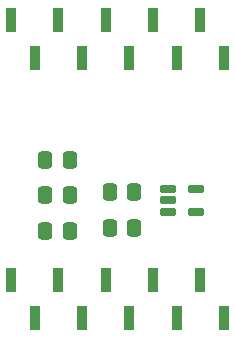
<source format=gtp>
%TF.GenerationSoftware,KiCad,Pcbnew,8.0.1*%
%TF.CreationDate,2024-04-01T15:48:32-05:00*%
%TF.ProjectId,adapter_board,61646170-7465-4725-9f62-6f6172642e6b,rev?*%
%TF.SameCoordinates,Original*%
%TF.FileFunction,Paste,Top*%
%TF.FilePolarity,Positive*%
%FSLAX46Y46*%
G04 Gerber Fmt 4.6, Leading zero omitted, Abs format (unit mm)*
G04 Created by KiCad (PCBNEW 8.0.1) date 2024-04-01 15:48:32*
%MOMM*%
%LPD*%
G01*
G04 APERTURE LIST*
G04 Aperture macros list*
%AMRoundRect*
0 Rectangle with rounded corners*
0 $1 Rounding radius*
0 $2 $3 $4 $5 $6 $7 $8 $9 X,Y pos of 4 corners*
0 Add a 4 corners polygon primitive as box body*
4,1,4,$2,$3,$4,$5,$6,$7,$8,$9,$2,$3,0*
0 Add four circle primitives for the rounded corners*
1,1,$1+$1,$2,$3*
1,1,$1+$1,$4,$5*
1,1,$1+$1,$6,$7*
1,1,$1+$1,$8,$9*
0 Add four rect primitives between the rounded corners*
20,1,$1+$1,$2,$3,$4,$5,0*
20,1,$1+$1,$4,$5,$6,$7,0*
20,1,$1+$1,$6,$7,$8,$9,0*
20,1,$1+$1,$8,$9,$2,$3,0*%
G04 Aperture macros list end*
%ADD10R,0.939800X2.057400*%
%ADD11RoundRect,0.060000X-0.615000X0.240000X-0.615000X-0.240000X0.615000X-0.240000X0.615000X0.240000X0*%
%ADD12RoundRect,0.250000X-0.337500X-0.475000X0.337500X-0.475000X0.337500X0.475000X-0.337500X0.475000X0*%
G04 APERTURE END LIST*
D10*
%TO.C,J3*%
X156000000Y-58399945D03*
X157999999Y-61599946D03*
X160000000Y-58399945D03*
X162000001Y-61599946D03*
X163999999Y-58399945D03*
X166000001Y-61599946D03*
X167999999Y-58399945D03*
X170000000Y-61599946D03*
X171999999Y-58399945D03*
X174000000Y-61599946D03*
%TD*%
D11*
%TO.C,U1*%
X169250000Y-72710000D03*
X169250000Y-73660000D03*
X169250000Y-74610000D03*
X171620000Y-74610000D03*
X171620000Y-72710000D03*
%TD*%
D10*
%TO.C,J2*%
X156000000Y-80399945D03*
X157999999Y-83599946D03*
X160000000Y-80399945D03*
X162000001Y-83599946D03*
X163999999Y-80399945D03*
X166000001Y-83599946D03*
X167999999Y-80399945D03*
X170000000Y-83599946D03*
X171999999Y-80399945D03*
X174000000Y-83599946D03*
%TD*%
D12*
%TO.C,C3*%
X158895000Y-76230000D03*
X160970000Y-76230000D03*
%TD*%
%TO.C,C2*%
X158895000Y-73220000D03*
X160970000Y-73220000D03*
%TD*%
%TO.C,C4*%
X164355000Y-72950000D03*
X166430000Y-72950000D03*
%TD*%
%TO.C,C5*%
X164355000Y-75960000D03*
X166430000Y-75960000D03*
%TD*%
%TO.C,C1*%
X158895000Y-70210000D03*
X160970000Y-70210000D03*
%TD*%
M02*

</source>
